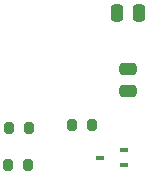
<source format=gbp>
%TF.GenerationSoftware,KiCad,Pcbnew,(6.0.2)*%
%TF.CreationDate,2022-08-27T15:51:37-07:00*%
%TF.ProjectId,TxBoard,5478426f-6172-4642-9e6b-696361645f70,5*%
%TF.SameCoordinates,Original*%
%TF.FileFunction,Paste,Bot*%
%TF.FilePolarity,Positive*%
%FSLAX46Y46*%
G04 Gerber Fmt 4.6, Leading zero omitted, Abs format (unit mm)*
G04 Created by KiCad (PCBNEW (6.0.2)) date 2022-08-27 15:51:37*
%MOMM*%
%LPD*%
G01*
G04 APERTURE LIST*
G04 Aperture macros list*
%AMRoundRect*
0 Rectangle with rounded corners*
0 $1 Rounding radius*
0 $2 $3 $4 $5 $6 $7 $8 $9 X,Y pos of 4 corners*
0 Add a 4 corners polygon primitive as box body*
4,1,4,$2,$3,$4,$5,$6,$7,$8,$9,$2,$3,0*
0 Add four circle primitives for the rounded corners*
1,1,$1+$1,$2,$3*
1,1,$1+$1,$4,$5*
1,1,$1+$1,$6,$7*
1,1,$1+$1,$8,$9*
0 Add four rect primitives between the rounded corners*
20,1,$1+$1,$2,$3,$4,$5,0*
20,1,$1+$1,$4,$5,$6,$7,0*
20,1,$1+$1,$6,$7,$8,$9,0*
20,1,$1+$1,$8,$9,$2,$3,0*%
G04 Aperture macros list end*
%ADD10RoundRect,0.200000X0.200000X0.275000X-0.200000X0.275000X-0.200000X-0.275000X0.200000X-0.275000X0*%
%ADD11RoundRect,0.200000X-0.200000X-0.275000X0.200000X-0.275000X0.200000X0.275000X-0.200000X0.275000X0*%
%ADD12R,0.700000X0.450000*%
%ADD13RoundRect,0.250000X0.250000X0.475000X-0.250000X0.475000X-0.250000X-0.475000X0.250000X-0.475000X0*%
%ADD14RoundRect,0.250000X0.475000X-0.250000X0.475000X0.250000X-0.475000X0.250000X-0.475000X-0.250000X0*%
G04 APERTURE END LIST*
D10*
X175219500Y-103505000D03*
X173569500Y-103505000D03*
X175299500Y-100330000D03*
X173649500Y-100330000D03*
D11*
X179007000Y-100076000D03*
X180657000Y-100076000D03*
D12*
X183372000Y-102220000D03*
X183372000Y-103520000D03*
X181372000Y-102870000D03*
D13*
X184650000Y-90600000D03*
X182750000Y-90600000D03*
D14*
X183700000Y-97250000D03*
X183700000Y-95350000D03*
M02*

</source>
